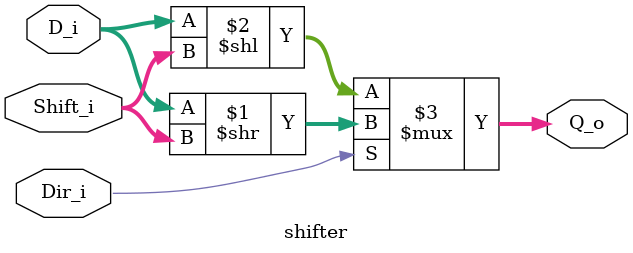
<source format=v>
module shifter(
    input   wire[7:0]   D_i,
    input   wire[7:0]   Shift_i,
    input   wire        Dir_i,      //0: <<   ; 1: >>

    output  wire[7:0]   Q_o
);

assign Q_o = Dir_i ? D_i >> Shift_i : D_i << Shift_i;

endmodule
</source>
